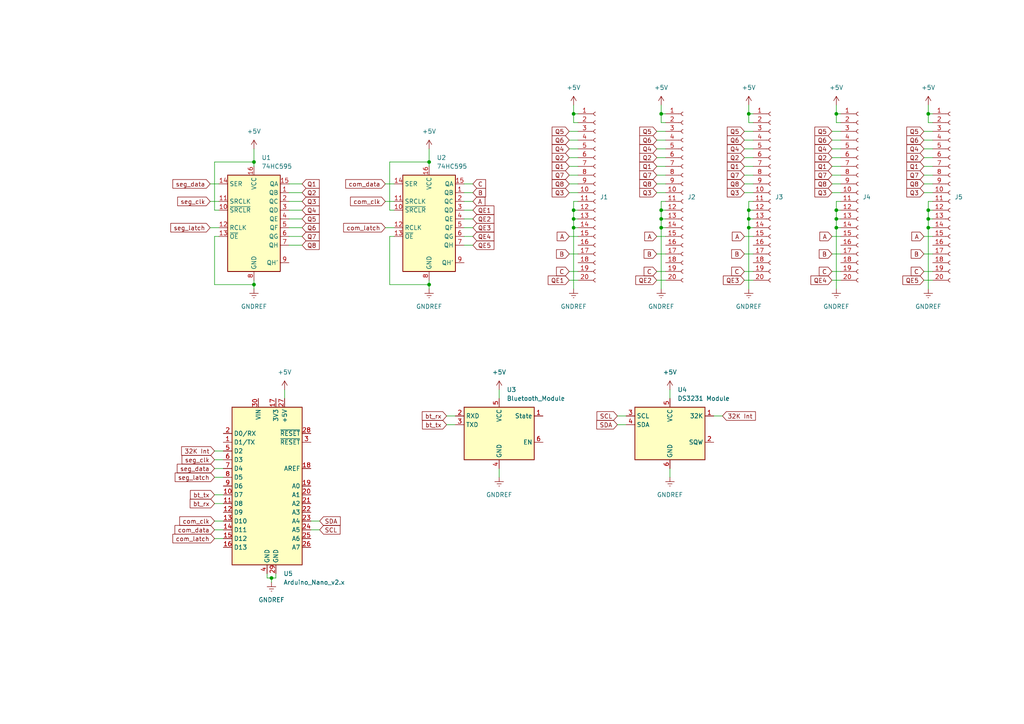
<source format=kicad_sch>
(kicad_sch (version 20230121) (generator eeschema)
  (paper "A4")
  (title_block (title "Score board - Main board") (date "2024-03-01") (rev "1") (company "Electronics KPPoly "))
  (lib_symbols
    (symbol "74xx:74HC595"
      (property "Reference" "U" (at -7.62 13.97 0))
      (property "Value" "74HC595" (at -7.62 -16.51 0))
      (symbol "74HC595_1_0"
        (pin tri_state line (at 10.16 7.62 180) (length 2.54) (name "QB") (number "1"))
        (pin input line (at -10.16 2.54 0) (length 2.54) (name "~{SRCLR}") (number "10"))
        (pin input line (at -10.16 5.08 0) (length 2.54) (name "SRCLK") (number "11"))
        (pin input line (at -10.16 -2.54 0) (length 2.54) (name "RCLK") (number "12"))
        (pin input line (at -10.16 -5.08 0) (length 2.54) (name "~{OE}") (number "13"))
        (pin input line (at -10.16 10.16 0) (length 2.54) (name "SER") (number "14"))
        (pin tri_state line (at 10.16 10.16 180) (length 2.54) (name "QA") (number "15"))
        (pin power_in line (at 0 15.24 270) (length 2.54) (name "VCC") (number "16"))
        (pin tri_state line (at 10.16 5.08 180) (length 2.54) (name "QC") (number "2"))
        (pin tri_state line (at 10.16 2.54 180) (length 2.54) (name "QD") (number "3"))
        (pin tri_state line (at 10.16 0 180) (length 2.54) (name "QE") (number "4"))
        (pin tri_state line (at 10.16 -2.54 180) (length 2.54) (name "QF") (number "5"))
        (pin tri_state line (at 10.16 -5.08 180) (length 2.54) (name "QG") (number "6"))
        (pin tri_state line (at 10.16 -7.62 180) (length 2.54) (name "QH") (number "7"))
        (pin power_in line (at 0 -17.78 90) (length 2.54) (name "GND") (number "8"))
        (pin output line (at 10.16 -12.7 180) (length 2.54) (name "QH'") (number "9"))
      )
      (symbol "74HC595_1_1"
        (rectangle (start -7.62 12.7) (end 7.62 -15.24) (stroke (width 0.254)) (fill (type background)))
      )
    )
    (symbol "Connector:Conn_01x20_Socket" (pin_names (offset 1.016) hide)
      (property "Reference" "J" (at 0 25.4 0))
      (property "Value" "Conn_01x20_Socket" (at 0 -27.94 0))
      (symbol "Conn_01x20_Socket_1_1"
        (arc (start 0 -24.892) (mid -0.5058 -25.4) (end 0 -25.908) (stroke (width 0.1524)))
        (arc (start 0 -22.352) (mid -0.5058 -22.86) (end 0 -23.368) (stroke (width 0.1524)))
        (arc (start 0 -19.812) (mid -0.5058 -20.32) (end 0 -20.828) (stroke (width 0.1524)))
        (arc (start 0 -17.272) (mid -0.5058 -17.78) (end 0 -18.288) (stroke (width 0.1524)))
        (arc (start 0 -14.732) (mid -0.5058 -15.24) (end 0 -15.748) (stroke (width 0.1524)))
        (arc (start 0 -12.192) (mid -0.5058 -12.7) (end 0 -13.208) (stroke (width 0.1524)))
        (arc (start 0 -9.652) (mid -0.5058 -10.16) (end 0 -10.668) (stroke (width 0.1524)))
        (arc (start 0 -7.112) (mid -0.5058 -7.62) (end 0 -8.128) (stroke (width 0.1524)))
        (arc (start 0 -4.572) (mid -0.5058 -5.08) (end 0 -5.588) (stroke (width 0.1524)))
        (arc (start 0 -2.032) (mid -0.5058 -2.54) (end 0 -3.048) (stroke (width 0.1524)))
        (polyline (pts (xy -1.27 -25.4) (xy -0.508 -25.4)) (stroke (width 0.1524)))
        (polyline (pts (xy -1.27 -22.86) (xy -0.508 -22.86)) (stroke (width 0.1524)))
        (polyline (pts (xy -1.27 -20.32) (xy -0.508 -20.32)) (stroke (width 0.1524)))
        (polyline (pts (xy -1.27 -17.78) (xy -0.508 -17.78)) (stroke (width 0.1524)))
        (polyline (pts (xy -1.27 -15.24) (xy -0.508 -15.24)) (stroke (width 0.1524)))
        (polyline (pts (xy -1.27 -12.7) (xy -0.508 -12.7)) (stroke (width 0.1524)))
        (polyline (pts (xy -1.27 -10.16) (xy -0.508 -10.16)) (stroke (width 0.1524)))
        (polyline (pts (xy -1.27 -7.62) (xy -0.508 -7.62)) (stroke (width 0.1524)))
        (polyline (pts (xy -1.27 -5.08) (xy -0.508 -5.08)) (stroke (width 0.1524)))
        (polyline (pts (xy -1.27 -2.54) (xy -0.508 -2.54)) (stroke (width 0.1524)))
        (polyline (pts (xy -1.27 0) (xy -0.508 0)) (stroke (width 0.1524)))
        (polyline (pts (xy -1.27 2.54) (xy -0.508 2.54)) (stroke (width 0.1524)))
        (polyline (pts (xy -1.27 5.08) (xy -0.508 5.08)) (stroke (width 0.1524)))
        (polyline (pts (xy -1.27 7.62) (xy -0.508 7.62)) (stroke (width 0.1524)))
        (polyline (pts (xy -1.27 10.16) (xy -0.508 10.16)) (stroke (width 0.1524)))
        (polyline (pts (xy -1.27 12.7) (xy -0.508 12.7)) (stroke (width 0.1524)))
        (polyline (pts (xy -1.27 15.24) (xy -0.508 15.24)) (stroke (width 0.1524)))
        (polyline (pts (xy -1.27 17.78) (xy -0.508 17.78)) (stroke (width 0.1524)))
        (polyline (pts (xy -1.27 20.32) (xy -0.508 20.32)) (stroke (width 0.1524)))
        (polyline (pts (xy -1.27 22.86) (xy -0.508 22.86)) (stroke (width 0.1524)))
        (arc (start 0 0.508) (mid -0.5058 0) (end 0 -0.508) (stroke (width 0.1524)))
        (arc (start 0 3.048) (mid -0.5058 2.54) (end 0 2.032) (stroke (width 0.1524)))
        (arc (start 0 5.588) (mid -0.5058 5.08) (end 0 4.572) (stroke (width 0.1524)))
        (arc (start 0 8.128) (mid -0.5058 7.62) (end 0 7.112) (stroke (width 0.1524)))
        (arc (start 0 10.668) (mid -0.5058 10.16) (end 0 9.652) (stroke (width 0.1524)))
        (arc (start 0 13.208) (mid -0.5058 12.7) (end 0 12.192) (stroke (width 0.1524)))
        (arc (start 0 15.748) (mid -0.5058 15.24) (end 0 14.732) (stroke (width 0.1524)))
        (arc (start 0 18.288) (mid -0.5058 17.78) (end 0 17.272) (stroke (width 0.1524)))
        (arc (start 0 20.828) (mid -0.5058 20.32) (end 0 19.812) (stroke (width 0.1524)))
        (arc (start 0 23.368) (mid -0.5058 22.86) (end 0 22.352) (stroke (width 0.1524)))
        (pin passive line (at -5.08 22.86 0) (length 3.81) (name "Pin_1") (number "1"))
        (pin passive line (at -5.08 0 0) (length 3.81) (name "Pin_10") (number "10"))
        (pin passive line (at -5.08 -2.54 0) (length 3.81) (name "Pin_11") (number "11"))
        (pin passive line (at -5.08 -5.08 0) (length 3.81) (name "Pin_12") (number "12"))
        (pin passive line (at -5.08 -7.62 0) (length 3.81) (name "Pin_13") (number "13"))
        (pin passive line (at -5.08 -10.16 0) (length 3.81) (name "Pin_14") (number "14"))
        (pin passive line (at -5.08 -12.7 0) (length 3.81) (name "Pin_15") (number "15"))
        (pin passive line (at -5.08 -15.24 0) (length 3.81) (name "Pin_16") (number "16"))
        (pin passive line (at -5.08 -17.78 0) (length 3.81) (name "Pin_17") (number "17"))
        (pin passive line (at -5.08 -20.32 0) (length 3.81) (name "Pin_18") (number "18"))
        (pin passive line (at -5.08 -22.86 0) (length 3.81) (name "Pin_19") (number "19"))
        (pin passive line (at -5.08 20.32 0) (length 3.81) (name "Pin_2") (number "2"))
        (pin passive line (at -5.08 -25.4 0) (length 3.81) (name "Pin_20") (number "20"))
        (pin passive line (at -5.08 17.78 0) (length 3.81) (name "Pin_3") (number "3"))
        (pin passive line (at -5.08 15.24 0) (length 3.81) (name "Pin_4") (number "4"))
        (pin passive line (at -5.08 12.7 0) (length 3.81) (name "Pin_5") (number "5"))
        (pin passive line (at -5.08 10.16 0) (length 3.81) (name "Pin_6") (number "6"))
        (pin passive line (at -5.08 7.62 0) (length 3.81) (name "Pin_7") (number "7"))
        (pin passive line (at -5.08 5.08 0) (length 3.81) (name "Pin_8") (number "8"))
        (pin passive line (at -5.08 2.54 0) (length 3.81) (name "Pin_9") (number "9"))
      )
    )
    (symbol "MCU_Module:Arduino_Nano_v2.x"
      (property "Reference" "A" (at -10.16 23.495 0))
      (property "Value" "Arduino_Nano_v2.x" (at 5.08 -24.13 0))
      (symbol "Arduino_Nano_v2.x_0_1"
        (rectangle (start -10.16 22.86) (end 10.16 -22.86) (stroke (width 0.254)) (fill (type background)))
      )
      (symbol "Arduino_Nano_v2.x_1_1"
        (pin bidirectional line (at -12.7 12.7 0) (length 2.54) (name "D1/TX") (number "1"))
        (pin bidirectional line (at -12.7 -2.54 0) (length 2.54) (name "D7") (number "10"))
        (pin bidirectional line (at -12.7 -5.08 0) (length 2.54) (name "D8") (number "11"))
        (pin bidirectional line (at -12.7 -7.62 0) (length 2.54) (name "D9") (number "12"))
        (pin bidirectional line (at -12.7 -10.16 0) (length 2.54) (name "D10") (number "13"))
        (pin bidirectional line (at -12.7 -12.7 0) (length 2.54) (name "D11") (number "14"))
        (pin bidirectional line (at -12.7 -15.24 0) (length 2.54) (name "D12") (number "15"))
        (pin bidirectional line (at -12.7 -17.78 0) (length 2.54) (name "D13") (number "16"))
        (pin power_out line (at 2.54 25.4 270) (length 2.54) (name "3V3") (number "17"))
        (pin input line (at 12.7 5.08 180) (length 2.54) (name "AREF") (number "18"))
        (pin bidirectional line (at 12.7 0 180) (length 2.54) (name "A0") (number "19"))
        (pin bidirectional line (at -12.7 15.24 0) (length 2.54) (name "D0/RX") (number "2"))
        (pin bidirectional line (at 12.7 -2.54 180) (length 2.54) (name "A1") (number "20"))
        (pin bidirectional line (at 12.7 -5.08 180) (length 2.54) (name "A2") (number "21"))
        (pin bidirectional line (at 12.7 -7.62 180) (length 2.54) (name "A3") (number "22"))
        (pin bidirectional line (at 12.7 -10.16 180) (length 2.54) (name "A4") (number "23"))
        (pin bidirectional line (at 12.7 -12.7 180) (length 2.54) (name "A5") (number "24"))
        (pin bidirectional line (at 12.7 -15.24 180) (length 2.54) (name "A6") (number "25"))
        (pin bidirectional line (at 12.7 -17.78 180) (length 2.54) (name "A7") (number "26"))
        (pin power_out line (at 5.08 25.4 270) (length 2.54) (name "+5V") (number "27"))
        (pin input line (at 12.7 15.24 180) (length 2.54) (name "~{RESET}") (number "28"))
        (pin power_in line (at 2.54 -25.4 90) (length 2.54) (name "GND") (number "29"))
        (pin input line (at 12.7 12.7 180) (length 2.54) (name "~{RESET}") (number "3"))
        (pin power_in line (at -2.54 25.4 270) (length 2.54) (name "VIN") (number "30"))
        (pin power_in line (at 0 -25.4 90) (length 2.54) (name "GND") (number "4"))
        (pin bidirectional line (at -12.7 10.16 0) (length 2.54) (name "D2") (number "5"))
        (pin bidirectional line (at -12.7 7.62 0) (length 2.54) (name "D3") (number "6"))
        (pin bidirectional line (at -12.7 5.08 0) (length 2.54) (name "D4") (number "7"))
        (pin bidirectional line (at -12.7 2.54 0) (length 2.54) (name "D5") (number "8"))
        (pin bidirectional line (at -12.7 0 0) (length 2.54) (name "D6") (number "9"))
      )
    )
    (symbol "New_Library:Bluetooth_Module"
      (property "Reference" "U" (at -7.62 8.89 0))
      (property "Value" "Bluetooth_Module" (at 7.62 8.89 0))
      (symbol "Bluetooth_Module_0_1"
        (rectangle (start -10.16 7.62) (end 10.16 -7.62) (stroke (width 0.254)) (fill (type background)))
      )
      (symbol "Bluetooth_Module_1_1"
        (pin open_collector line (at 12.7 5.08 180) (length 2.54) (name "State") (number "1"))
        (pin input line (at -12.7 5.08 0) (length 2.54) (name "RXD") (number "2"))
        (pin bidirectional line (at -12.7 2.54 0) (length 2.54) (name "TXD") (number "3"))
        (pin power_in line (at 0 -10.16 90) (length 2.54) (name "GND") (number "4"))
        (pin power_in line (at 0 10.16 270) (length 2.54) (name "VCC") (number "5"))
        (pin open_collector line (at 12.7 -2.54 180) (length 2.54) (name "EN") (number "6"))
      )
    )
    (symbol "New_Library:DS3231 Module"
      (property "Reference" "U" (at -7.62 8.89 0))
      (property "Value" "DS3231 Module" (at 7.62 8.89 0))
      (symbol "DS3231 Module_0_1"
        (rectangle (start -10.16 7.62) (end 10.16 -7.62) (stroke (width 0.254)) (fill (type background)))
      )
      (symbol "DS3231 Module_1_1"
        (pin open_collector line (at 12.7 5.08 180) (length 2.54) (name "32K") (number "1"))
        (pin open_collector line (at 12.7 -2.54 180) (length 2.54) (name "SQW") (number "2"))
        (pin input line (at -12.7 5.08 0) (length 2.54) (name "SCL") (number "3"))
        (pin bidirectional line (at -12.7 2.54 0) (length 2.54) (name "SDA") (number "4"))
        (pin power_in line (at 0 10.16 270) (length 2.54) (name "VCC") (number "5"))
        (pin power_in line (at 0 -10.16 90) (length 2.54) (name "GND") (number "6"))
      )
    )
    (symbol "power:+5V" (power) (pin_names (offset 0))
      (property "Value" "+5V" (at 0 3.556 0))
      (symbol "+5V_0_1"
        (polyline (pts (xy -0.762 1.27) (xy 0 2.54)))
        (polyline (pts (xy 0 0) (xy 0 2.54)))
        (polyline (pts (xy 0 2.54) (xy 0.762 1.27)))
      )
      (symbol "+5V_1_1"
        (pin power_in line (at 0 0 90) (length 0) hide (name "+5V") (number "1"))
      )
    )
    (symbol "power:GNDREF" (power) (pin_names (offset 0))
      (property "Value" "GNDREF" (at 0 -3.81 0))
      (symbol "GNDREF_0_1"
        (polyline (pts (xy -0.635 -1.905) (xy 0.635 -1.905)))
        (polyline (pts (xy -0.127 -2.54) (xy 0.127 -2.54)))
        (polyline (pts (xy 0 -1.27) (xy 0 0)))
        (polyline (pts (xy 1.27 -1.27) (xy -1.27 -1.27)))
      )
      (symbol "GNDREF_1_1"
        (pin power_in line (at 0 0 270) (length 0) hide (name "GNDREF") (number "1"))
      )
    )
  )
  (junction (at 78.74 167.64))
  (junction (at 191.77 66.04))
  (junction (at 217.17 33.02))
  (junction (at 73.66 46.99))
  (junction (at 73.66 82.55))
  (junction (at 242.57 60.96))
  (junction (at 217.17 66.04))
  (junction (at 242.57 33.02))
  (junction (at 217.17 60.96))
  (junction (at 124.46 46.99))
  (junction (at 191.77 33.02))
  (junction (at 166.37 66.04))
  (junction (at 124.46 82.55))
  (junction (at 269.24 63.5))
  (junction (at 191.77 60.96))
  (junction (at 166.37 60.96))
  (junction (at 191.77 63.5))
  (junction (at 166.37 63.5))
  (junction (at 242.57 66.04))
  (junction (at 269.24 66.04))
  (junction (at 269.24 33.02))
  (junction (at 242.57 63.5))
  (junction (at 166.37 33.02))
  (junction (at 269.24 60.96))
  (junction (at 217.17 63.5))
  (wire (pts (xy 269.24 60.96) (xy 270.51 60.96)))
  (wire (pts (xy 78.74 167.64) (xy 77.47 167.64)))
  (wire (pts (xy 191.77 63.5) (xy 193.04 63.5)))
  (wire (pts (xy 241.3 50.8) (xy 243.84 50.8)))
  (wire (pts (xy 134.62 63.5) (xy 137.16 63.5)))
  (wire (pts (xy 267.97 38.1) (xy 270.51 38.1)))
  (wire (pts (xy 267.97 53.34) (xy 270.51 53.34)))
  (wire (pts (xy 242.57 63.5) (xy 242.57 66.04)))
  (wire (pts (xy 83.82 63.5) (xy 87.63 63.5)))
  (wire (pts (xy 167.64 33.02) (xy 166.37 33.02)))
  (wire (pts (xy 215.9 48.26) (xy 218.44 48.26)))
  (wire (pts (xy 144.78 135.89) (xy 144.78 138.43)))
  (wire (pts (xy 267.97 43.18) (xy 270.51 43.18)))
  (wire (pts (xy 83.82 68.58) (xy 87.63 68.58)))
  (wire (pts (xy 215.9 43.18) (xy 218.44 43.18)))
  (wire (pts (xy 83.82 66.04) (xy 87.63 66.04)))
  (wire (pts (xy 267.97 45.72) (xy 270.51 45.72)))
  (wire (pts (xy 215.9 50.8) (xy 218.44 50.8)))
  (wire (pts (xy 111.76 53.34) (xy 114.3 53.34)))
  (wire (pts (xy 269.24 58.42) (xy 269.24 60.96)))
  (wire (pts (xy 243.84 33.02) (xy 242.57 33.02)))
  (wire (pts (xy 270.51 33.02) (xy 269.24 33.02)))
  (wire (pts (xy 269.24 33.02) (xy 269.24 30.48)))
  (wire (pts (xy 190.5 81.28) (xy 193.04 81.28)))
  (wire (pts (xy 73.66 82.55) (xy 73.66 83.82)))
  (wire (pts (xy 179.07 123.19) (xy 181.61 123.19)))
  (wire (pts (xy 190.5 55.88) (xy 193.04 55.88)))
  (wire (pts (xy 124.46 46.99) (xy 124.46 48.26)))
  (wire (pts (xy 191.77 66.04) (xy 191.77 83.82)))
  (wire (pts (xy 269.24 66.04) (xy 270.51 66.04)))
  (wire (pts (xy 165.1 40.64) (xy 167.64 40.64)))
  (wire (pts (xy 267.97 55.88) (xy 270.51 55.88)))
  (wire (pts (xy 241.3 40.64) (xy 243.84 40.64)))
  (wire (pts (xy 191.77 33.02) (xy 191.77 30.48)))
  (wire (pts (xy 129.54 123.19) (xy 132.08 123.19)))
  (wire (pts (xy 166.37 60.96) (xy 166.37 63.5)))
  (wire (pts (xy 165.1 68.58) (xy 167.64 68.58)))
  (wire (pts (xy 124.46 43.18) (xy 124.46 46.99)))
  (wire (pts (xy 215.9 68.58) (xy 218.44 68.58)))
  (wire (pts (xy 215.9 38.1) (xy 218.44 38.1)))
  (wire (pts (xy 62.23 146.05) (xy 64.77 146.05)))
  (wire (pts (xy 179.07 120.65) (xy 181.61 120.65)))
  (wire (pts (xy 267.97 48.26) (xy 270.51 48.26)))
  (wire (pts (xy 215.9 45.72) (xy 218.44 45.72)))
  (wire (pts (xy 241.3 73.66) (xy 243.84 73.66)))
  (wire (pts (xy 167.64 58.42) (xy 166.37 58.42)))
  (wire (pts (xy 241.3 43.18) (xy 243.84 43.18)))
  (wire (pts (xy 114.3 68.58) (xy 113.03 68.58)))
  (wire (pts (xy 62.23 133.35) (xy 64.77 133.35)))
  (wire (pts (xy 62.23 135.89) (xy 64.77 135.89)))
  (wire (pts (xy 62.23 60.96) (xy 62.23 46.99)))
  (wire (pts (xy 218.44 58.42) (xy 217.17 58.42)))
  (wire (pts (xy 215.9 78.74) (xy 218.44 78.74)))
  (wire (pts (xy 190.5 45.72) (xy 193.04 45.72)))
  (wire (pts (xy 217.17 63.5) (xy 218.44 63.5)))
  (wire (pts (xy 80.01 167.64) (xy 78.74 167.64)))
  (wire (pts (xy 190.5 78.74) (xy 193.04 78.74)))
  (wire (pts (xy 242.57 66.04) (xy 243.84 66.04)))
  (wire (pts (xy 194.31 135.89) (xy 194.31 138.43)))
  (wire (pts (xy 194.31 113.03) (xy 194.31 115.57)))
  (wire (pts (xy 166.37 66.04) (xy 167.64 66.04)))
  (wire (pts (xy 62.23 138.43) (xy 64.77 138.43)))
  (wire (pts (xy 83.82 55.88) (xy 87.63 55.88)))
  (wire (pts (xy 190.5 40.64) (xy 193.04 40.64)))
  (wire (pts (xy 166.37 58.42) (xy 166.37 60.96)))
  (wire (pts (xy 60.96 66.04) (xy 63.5 66.04)))
  (wire (pts (xy 242.57 33.02) (xy 242.57 30.48)))
  (wire (pts (xy 241.3 45.72) (xy 243.84 45.72)))
  (wire (pts (xy 134.62 71.12) (xy 137.16 71.12)))
  (wire (pts (xy 165.1 45.72) (xy 167.64 45.72)))
  (wire (pts (xy 111.76 58.42) (xy 114.3 58.42)))
  (wire (pts (xy 193.04 33.02) (xy 191.77 33.02)))
  (wire (pts (xy 242.57 58.42) (xy 242.57 60.96)))
  (wire (pts (xy 215.9 53.34) (xy 218.44 53.34)))
  (wire (pts (xy 241.3 68.58) (xy 243.84 68.58)))
  (wire (pts (xy 191.77 66.04) (xy 193.04 66.04)))
  (wire (pts (xy 267.97 81.28) (xy 270.51 81.28)))
  (wire (pts (xy 191.77 58.42) (xy 191.77 60.96)))
  (wire (pts (xy 83.82 60.96) (xy 87.63 60.96)))
  (wire (pts (xy 242.57 35.56) (xy 242.57 33.02)))
  (wire (pts (xy 269.24 63.5) (xy 270.51 63.5)))
  (wire (pts (xy 215.9 40.64) (xy 218.44 40.64)))
  (wire (pts (xy 165.1 78.74) (xy 167.64 78.74)))
  (wire (pts (xy 165.1 38.1) (xy 167.64 38.1)))
  (wire (pts (xy 82.55 113.03) (xy 82.55 115.57)))
  (wire (pts (xy 190.5 53.34) (xy 193.04 53.34)))
  (wire (pts (xy 134.62 68.58) (xy 137.16 68.58)))
  (wire (pts (xy 83.82 71.12) (xy 87.63 71.12)))
  (wire (pts (xy 62.23 153.67) (xy 64.77 153.67)))
  (wire (pts (xy 134.62 58.42) (xy 137.16 58.42)))
  (wire (pts (xy 267.97 78.74) (xy 270.51 78.74)))
  (wire (pts (xy 270.51 35.56) (xy 269.24 35.56)))
  (wire (pts (xy 134.62 53.34) (xy 137.16 53.34)))
  (wire (pts (xy 191.77 60.96) (xy 191.77 63.5)))
  (wire (pts (xy 165.1 53.34) (xy 167.64 53.34)))
  (wire (pts (xy 217.17 60.96) (xy 218.44 60.96)))
  (wire (pts (xy 217.17 58.42) (xy 217.17 60.96)))
  (wire (pts (xy 242.57 63.5) (xy 243.84 63.5)))
  (wire (pts (xy 267.97 40.64) (xy 270.51 40.64)))
  (wire (pts (xy 190.5 38.1) (xy 193.04 38.1)))
  (wire (pts (xy 267.97 50.8) (xy 270.51 50.8)))
  (wire (pts (xy 113.03 82.55) (xy 124.46 82.55)))
  (wire (pts (xy 113.03 68.58) (xy 113.03 82.55)))
  (wire (pts (xy 165.1 81.28) (xy 167.64 81.28)))
  (wire (pts (xy 129.54 120.65) (xy 132.08 120.65)))
  (wire (pts (xy 215.9 81.28) (xy 218.44 81.28)))
  (wire (pts (xy 193.04 58.42) (xy 191.77 58.42)))
  (wire (pts (xy 167.64 35.56) (xy 166.37 35.56)))
  (wire (pts (xy 124.46 82.55) (xy 124.46 83.82)))
  (wire (pts (xy 144.78 113.03) (xy 144.78 115.57)))
  (wire (pts (xy 215.9 73.66) (xy 218.44 73.66)))
  (wire (pts (xy 113.03 46.99) (xy 124.46 46.99)))
  (wire (pts (xy 165.1 50.8) (xy 167.64 50.8)))
  (wire (pts (xy 134.62 60.96) (xy 137.16 60.96)))
  (wire (pts (xy 62.23 82.55) (xy 73.66 82.55)))
  (wire (pts (xy 193.04 35.56) (xy 191.77 35.56)))
  (wire (pts (xy 113.03 46.99) (xy 113.03 60.96)))
  (wire (pts (xy 241.3 38.1) (xy 243.84 38.1)))
  (wire (pts (xy 134.62 55.88) (xy 137.16 55.88)))
  (wire (pts (xy 269.24 35.56) (xy 269.24 33.02)))
  (wire (pts (xy 267.97 68.58) (xy 270.51 68.58)))
  (wire (pts (xy 60.96 58.42) (xy 63.5 58.42)))
  (wire (pts (xy 134.62 66.04) (xy 137.16 66.04)))
  (wire (pts (xy 269.24 60.96) (xy 269.24 63.5)))
  (wire (pts (xy 62.23 143.51) (xy 64.77 143.51)))
  (wire (pts (xy 62.23 46.99) (xy 73.66 46.99)))
  (wire (pts (xy 165.1 73.66) (xy 167.64 73.66)))
  (wire (pts (xy 114.3 60.96) (xy 113.03 60.96)))
  (wire (pts (xy 270.51 58.42) (xy 269.24 58.42)))
  (wire (pts (xy 269.24 66.04) (xy 269.24 83.82)))
  (wire (pts (xy 243.84 58.42) (xy 242.57 58.42)))
  (wire (pts (xy 191.77 60.96) (xy 193.04 60.96)))
  (wire (pts (xy 83.82 58.42) (xy 87.63 58.42)))
  (wire (pts (xy 241.3 53.34) (xy 243.84 53.34)))
  (wire (pts (xy 243.84 35.56) (xy 242.57 35.56)))
  (wire (pts (xy 217.17 63.5) (xy 217.17 66.04)))
  (wire (pts (xy 217.17 66.04) (xy 217.17 83.82)))
  (wire (pts (xy 62.23 156.21) (xy 64.77 156.21)))
  (wire (pts (xy 62.23 151.13) (xy 64.77 151.13)))
  (wire (pts (xy 78.74 167.64) (xy 78.74 168.91)))
  (wire (pts (xy 166.37 33.02) (xy 166.37 30.48)))
  (wire (pts (xy 60.96 53.34) (xy 63.5 53.34)))
  (wire (pts (xy 166.37 60.96) (xy 167.64 60.96)))
  (wire (pts (xy 217.17 35.56) (xy 217.17 33.02)))
  (wire (pts (xy 241.3 55.88) (xy 243.84 55.88)))
  (wire (pts (xy 241.3 48.26) (xy 243.84 48.26)))
  (wire (pts (xy 62.23 68.58) (xy 62.23 82.55)))
  (wire (pts (xy 242.57 66.04) (xy 242.57 83.82)))
  (wire (pts (xy 166.37 35.56) (xy 166.37 33.02)))
  (wire (pts (xy 166.37 63.5) (xy 166.37 66.04)))
  (wire (pts (xy 207.01 120.65) (xy 209.55 120.65)))
  (wire (pts (xy 77.47 167.64) (xy 77.47 166.37)))
  (wire (pts (xy 90.17 153.67) (xy 92.71 153.67)))
  (wire (pts (xy 190.5 43.18) (xy 193.04 43.18)))
  (wire (pts (xy 267.97 73.66) (xy 270.51 73.66)))
  (wire (pts (xy 73.66 81.28) (xy 73.66 82.55)))
  (wire (pts (xy 242.57 60.96) (xy 242.57 63.5)))
  (wire (pts (xy 111.76 66.04) (xy 114.3 66.04)))
  (wire (pts (xy 73.66 46.99) (xy 73.66 48.26)))
  (wire (pts (xy 165.1 43.18) (xy 167.64 43.18)))
  (wire (pts (xy 218.44 33.02) (xy 217.17 33.02)))
  (wire (pts (xy 242.57 60.96) (xy 243.84 60.96)))
  (wire (pts (xy 190.5 50.8) (xy 193.04 50.8)))
  (wire (pts (xy 217.17 60.96) (xy 217.17 63.5)))
  (wire (pts (xy 241.3 78.74) (xy 243.84 78.74)))
  (wire (pts (xy 165.1 55.88) (xy 167.64 55.88)))
  (wire (pts (xy 215.9 55.88) (xy 218.44 55.88)))
  (wire (pts (xy 190.5 48.26) (xy 193.04 48.26)))
  (wire (pts (xy 217.17 66.04) (xy 218.44 66.04)))
  (wire (pts (xy 241.3 81.28) (xy 243.84 81.28)))
  (wire (pts (xy 73.66 43.18) (xy 73.66 46.99)))
  (wire (pts (xy 80.01 166.37) (xy 80.01 167.64)))
  (wire (pts (xy 124.46 81.28) (xy 124.46 82.55)))
  (wire (pts (xy 166.37 66.04) (xy 166.37 83.82)))
  (wire (pts (xy 83.82 53.34) (xy 87.63 53.34)))
  (wire (pts (xy 62.23 130.81) (xy 64.77 130.81)))
  (wire (pts (xy 269.24 63.5) (xy 269.24 66.04)))
  (wire (pts (xy 191.77 63.5) (xy 191.77 66.04)))
  (wire (pts (xy 90.17 151.13) (xy 92.71 151.13)))
  (wire (pts (xy 190.5 73.66) (xy 193.04 73.66)))
  (wire (pts (xy 218.44 35.56) (xy 217.17 35.56)))
  (wire (pts (xy 165.1 48.26) (xy 167.64 48.26)))
  (wire (pts (xy 190.5 68.58) (xy 193.04 68.58)))
  (wire (pts (xy 63.5 68.58) (xy 62.23 68.58)))
  (wire (pts (xy 63.5 60.96) (xy 62.23 60.96)))
  (wire (pts (xy 217.17 33.02) (xy 217.17 30.48)))
  (wire (pts (xy 166.37 63.5) (xy 167.64 63.5)))
  (wire (pts (xy 191.77 35.56) (xy 191.77 33.02)))
  (global_label "Q6" (shape input) (at 267.97 40.64 180) (property "Intersheetrefs" "${INTERSHEET_REFS}" (effects hide)))
  (global_label "Q2" (shape input) (at 165.1 45.72 180) (property "Intersheetrefs" "${INTERSHEET_REFS}" (effects hide)))
  (global_label "SCL" (shape input) (at 92.71 153.67 0) (property "Intersheetrefs" "${INTERSHEET_REFS}" (effects hide)))
  (global_label "Q2" (shape input) (at 241.3 45.72 180) (property "Intersheetrefs" "${INTERSHEET_REFS}" (effects hide)))
  (global_label "Q4" (shape input) (at 215.9 43.18 180) (property "Intersheetrefs" "${INTERSHEET_REFS}" (effects hide)))
  (global_label "A" (shape input) (at 215.9 68.58 180) (property "Intersheetrefs" "${INTERSHEET_REFS}" (effects hide)))
  (global_label "Q1" (shape input) (at 87.63 53.34 0) (property "Intersheetrefs" "${INTERSHEET_REFS}" (effects hide)))
  (global_label "QE4" (shape input) (at 241.3 81.28 180) (property "Intersheetrefs" "${INTERSHEET_REFS}" (effects hide)))
  (global_label "Q8" (shape input) (at 241.3 53.34 180) (property "Intersheetrefs" "${INTERSHEET_REFS}" (effects hide)))
  (global_label "SDA" (shape input) (at 92.71 151.13 0) (property "Intersheetrefs" "${INTERSHEET_REFS}" (effects hide)))
  (global_label "bt_rx" (shape input) (at 129.54 120.65 180) (property "Intersheetrefs" "${INTERSHEET_REFS}" (effects hide)))
  (global_label "C" (shape input) (at 267.97 78.74 180) (property "Intersheetrefs" "${INTERSHEET_REFS}" (effects hide)))
  (global_label "com_clk" (shape input) (at 62.23 151.13 180) (property "Intersheetrefs" "${INTERSHEET_REFS}" (effects hide)))
  (global_label "Q4" (shape input) (at 190.5 43.18 180) (property "Intersheetrefs" "${INTERSHEET_REFS}" (effects hide)))
  (global_label "Q4" (shape input) (at 87.63 60.96 0) (property "Intersheetrefs" "${INTERSHEET_REFS}" (effects hide)))
  (global_label "Q8" (shape input) (at 215.9 53.34 180) (property "Intersheetrefs" "${INTERSHEET_REFS}" (effects hide)))
  (global_label "Q2" (shape input) (at 87.63 55.88 0) (property "Intersheetrefs" "${INTERSHEET_REFS}" (effects hide)))
  (global_label "Q5" (shape input) (at 267.97 38.1 180) (property "Intersheetrefs" "${INTERSHEET_REFS}" (effects hide)))
  (global_label "Q6" (shape input) (at 215.9 40.64 180) (property "Intersheetrefs" "${INTERSHEET_REFS}" (effects hide)))
  (global_label "QE4" (shape input) (at 137.16 68.58 0) (property "Intersheetrefs" "${INTERSHEET_REFS}" (effects hide)))
  (global_label "A" (shape input) (at 267.97 68.58 180) (property "Intersheetrefs" "${INTERSHEET_REFS}" (effects hide)))
  (global_label "C" (shape input) (at 241.3 78.74 180) (property "Intersheetrefs" "${INTERSHEET_REFS}" (effects hide)))
  (global_label "A" (shape input) (at 137.16 58.42 0) (property "Intersheetrefs" "${INTERSHEET_REFS}" (effects hide)))
  (global_label "seg_latch" (shape input) (at 60.96 66.04 180) (property "Intersheetrefs" "${INTERSHEET_REFS}" (effects hide)))
  (global_label "seg_latch" (shape input) (at 62.23 138.43 180) (property "Intersheetrefs" "${INTERSHEET_REFS}" (effects hide)))
  (global_label "C" (shape input) (at 215.9 78.74 180) (property "Intersheetrefs" "${INTERSHEET_REFS}" (effects hide)))
  (global_label "Q5" (shape input) (at 241.3 38.1 180) (property "Intersheetrefs" "${INTERSHEET_REFS}" (effects hide)))
  (global_label "Q3" (shape input) (at 190.5 55.88 180) (property "Intersheetrefs" "${INTERSHEET_REFS}" (effects hide)))
  (global_label "Q6" (shape input) (at 165.1 40.64 180) (property "Intersheetrefs" "${INTERSHEET_REFS}" (effects hide)))
  (global_label "B" (shape input) (at 165.1 73.66 180) (property "Intersheetrefs" "${INTERSHEET_REFS}" (effects hide)))
  (global_label "Q7" (shape input) (at 241.3 50.8 180) (property "Intersheetrefs" "${INTERSHEET_REFS}" (effects hide)))
  (global_label "QE2" (shape input) (at 137.16 63.5 0) (property "Intersheetrefs" "${INTERSHEET_REFS}" (effects hide)))
  (global_label "Q5" (shape input) (at 165.1 38.1 180) (property "Intersheetrefs" "${INTERSHEET_REFS}" (effects hide)))
  (global_label "B" (shape input) (at 267.97 73.66 180) (property "Intersheetrefs" "${INTERSHEET_REFS}" (effects hide)))
  (global_label "SDA" (shape input) (at 179.07 123.19 180) (property "Intersheetrefs" "${INTERSHEET_REFS}" (effects hide)))
  (global_label "Q2" (shape input) (at 215.9 45.72 180) (property "Intersheetrefs" "${INTERSHEET_REFS}" (effects hide)))
  (global_label "32K Int" (shape input) (at 209.55 120.65 0) (property "Intersheetrefs" "${INTERSHEET_REFS}" (effects hide)))
  (global_label "com_latch" (shape input) (at 111.76 66.04 180) (property "Intersheetrefs" "${INTERSHEET_REFS}" (effects hide)))
  (global_label "Q4" (shape input) (at 241.3 43.18 180) (property "Intersheetrefs" "${INTERSHEET_REFS}" (effects hide)))
  (global_label "Q3" (shape input) (at 87.63 58.42 0) (property "Intersheetrefs" "${INTERSHEET_REFS}" (effects hide)))
  (global_label "QE3" (shape input) (at 137.16 66.04 0) (property "Intersheetrefs" "${INTERSHEET_REFS}" (effects hide)))
  (global_label "Q7" (shape input) (at 165.1 50.8 180) (property "Intersheetrefs" "${INTERSHEET_REFS}" (effects hide)))
  (global_label "QE5" (shape input) (at 267.97 81.28 180) (property "Intersheetrefs" "${INTERSHEET_REFS}" (effects hide)))
  (global_label "Q5" (shape input) (at 190.5 38.1 180) (property "Intersheetrefs" "${INTERSHEET_REFS}" (effects hide)))
  (global_label "Q2" (shape input) (at 190.5 45.72 180) (property "Intersheetrefs" "${INTERSHEET_REFS}" (effects hide)))
  (global_label "Q7" (shape input) (at 87.63 68.58 0) (property "Intersheetrefs" "${INTERSHEET_REFS}" (effects hide)))
  (global_label "Q8" (shape input) (at 165.1 53.34 180) (property "Intersheetrefs" "${INTERSHEET_REFS}" (effects hide)))
  (global_label "Q3" (shape input) (at 241.3 55.88 180) (property "Intersheetrefs" "${INTERSHEET_REFS}" (effects hide)))
  (global_label "Q6" (shape input) (at 241.3 40.64 180) (property "Intersheetrefs" "${INTERSHEET_REFS}" (effects hide)))
  (global_label "B" (shape input) (at 190.5 73.66 180) (property "Intersheetrefs" "${INTERSHEET_REFS}" (effects hide)))
  (global_label "bt_tx" (shape input) (at 62.23 143.51 180) (property "Intersheetrefs" "${INTERSHEET_REFS}" (effects hide)))
  (global_label "com_data" (shape input) (at 62.23 153.67 180) (property "Intersheetrefs" "${INTERSHEET_REFS}" (effects hide)))
  (global_label "Q8" (shape input) (at 267.97 53.34 180) (property "Intersheetrefs" "${INTERSHEET_REFS}" (effects hide)))
  (global_label "Q5" (shape input) (at 87.63 63.5 0) (property "Intersheetrefs" "${INTERSHEET_REFS}" (effects hide)))
  (global_label "C" (shape input) (at 137.16 53.34 0) (property "Intersheetrefs" "${INTERSHEET_REFS}" (effects hide)))
  (global_label "com_data" (shape input) (at 111.76 53.34 180) (property "Intersheetrefs" "${INTERSHEET_REFS}" (effects hide)))
  (global_label "Q7" (shape input) (at 190.5 50.8 180) (property "Intersheetrefs" "${INTERSHEET_REFS}" (effects hide)))
  (global_label "B" (shape input) (at 215.9 73.66 180) (property "Intersheetrefs" "${INTERSHEET_REFS}" (effects hide)))
  (global_label "Q8" (shape input) (at 87.63 71.12 0) (property "Intersheetrefs" "${INTERSHEET_REFS}" (effects hide)))
  (global_label "QE1" (shape input) (at 165.1 81.28 180) (property "Intersheetrefs" "${INTERSHEET_REFS}" (effects hide)))
  (global_label "Q3" (shape input) (at 267.97 55.88 180) (property "Intersheetrefs" "${INTERSHEET_REFS}" (effects hide)))
  (global_label "seg_clk" (shape input) (at 62.23 133.35 180) (property "Intersheetrefs" "${INTERSHEET_REFS}" (effects hide)))
  (global_label "QE2" (shape input) (at 190.5 81.28 180) (property "Intersheetrefs" "${INTERSHEET_REFS}" (effects hide)))
  (global_label "Q1" (shape input) (at 215.9 48.26 180) (property "Intersheetrefs" "${INTERSHEET_REFS}" (effects hide)))
  (global_label "B" (shape input) (at 241.3 73.66 180) (property "Intersheetrefs" "${INTERSHEET_REFS}" (effects hide)))
  (global_label "Q1" (shape input) (at 241.3 48.26 180) (property "Intersheetrefs" "${INTERSHEET_REFS}" (effects hide)))
  (global_label "seg_data" (shape input) (at 60.96 53.34 180) (property "Intersheetrefs" "${INTERSHEET_REFS}" (effects hide)))
  (global_label "Q8" (shape input) (at 190.5 53.34 180) (property "Intersheetrefs" "${INTERSHEET_REFS}" (effects hide)))
  (global_label "Q1" (shape input) (at 190.5 48.26 180) (property "Intersheetrefs" "${INTERSHEET_REFS}" (effects hide)))
  (global_label "A" (shape input) (at 241.3 68.58 180) (property "Intersheetrefs" "${INTERSHEET_REFS}" (effects hide)))
  (global_label "Q7" (shape input) (at 267.97 50.8 180) (property "Intersheetrefs" "${INTERSHEET_REFS}" (effects hide)))
  (global_label "32K Int" (shape input) (at 62.23 130.81 180) (property "Intersheetrefs" "${INTERSHEET_REFS}" (effects hide)))
  (global_label "QE3" (shape input) (at 215.9 81.28 180) (property "Intersheetrefs" "${INTERSHEET_REFS}" (effects hide)))
  (global_label "bt_tx" (shape input) (at 129.54 123.19 180) (property "Intersheetrefs" "${INTERSHEET_REFS}" (effects hide)))
  (global_label "Q4" (shape input) (at 165.1 43.18 180) (property "Intersheetrefs" "${INTERSHEET_REFS}" (effects hide)))
  (global_label "C" (shape input) (at 190.5 78.74 180) (property "Intersheetrefs" "${INTERSHEET_REFS}" (effects hide)))
  (global_label "seg_clk" (shape input) (at 60.96 58.42 180) (property "Intersheetrefs" "${INTERSHEET_REFS}" (effects hide)))
  (global_label "SCL" (shape input) (at 179.07 120.65 180) (property "Intersheetrefs" "${INTERSHEET_REFS}" (effects hide)))
  (global_label "Q1" (shape input) (at 267.97 48.26 180) (property "Intersheetrefs" "${INTERSHEET_REFS}" (effects hide)))
  (global_label "Q4" (shape input) (at 267.97 43.18 180) (property "Intersheetrefs" "${INTERSHEET_REFS}" (effects hide)))
  (global_label "QE1" (shape input) (at 137.16 60.96 0) (property "Intersheetrefs" "${INTERSHEET_REFS}" (effects hide)))
  (global_label "C" (shape input) (at 165.1 78.74 180) (property "Intersheetrefs" "${INTERSHEET_REFS}" (effects hide)))
  (global_label "Q6" (shape input) (at 87.63 66.04 0) (property "Intersheetrefs" "${INTERSHEET_REFS}" (effects hide)))
  (global_label "Q3" (shape input) (at 215.9 55.88 180) (property "Intersheetrefs" "${INTERSHEET_REFS}" (effects hide)))
  (global_label "seg_data" (shape input) (at 62.23 135.89 180) (property "Intersheetrefs" "${INTERSHEET_REFS}" (effects hide)))
  (global_label "bt_rx" (shape input) (at 62.23 146.05 180) (property "Intersheetrefs" "${INTERSHEET_REFS}" (effects hide)))
  (global_label "Q6" (shape input) (at 190.5 40.64 180) (property "Intersheetrefs" "${INTERSHEET_REFS}" (effects hide)))
  (global_label "A" (shape input) (at 165.1 68.58 180) (property "Intersheetrefs" "${INTERSHEET_REFS}" (effects hide)))
  (global_label "com_latch" (shape input) (at 62.23 156.21 180) (property "Intersheetrefs" "${INTERSHEET_REFS}" (effects hide)))
  (global_label "A" (shape input) (at 190.5 68.58 180) (property "Intersheetrefs" "${INTERSHEET_REFS}" (effects hide)))
  (global_label "com_clk" (shape input) (at 111.76 58.42 180) (property "Intersheetrefs" "${INTERSHEET_REFS}" (effects hide)))
  (global_label "QE5" (shape input) (at 137.16 71.12 0) (property "Intersheetrefs" "${INTERSHEET_REFS}" (effects hide)))
  (global_label "Q2" (shape input) (at 267.97 45.72 180) (property "Intersheetrefs" "${INTERSHEET_REFS}" (effects hide)))
  (global_label "Q7" (shape input) (at 215.9 50.8 180) (property "Intersheetrefs" "${INTERSHEET_REFS}" (effects hide)))
  (global_label "B" (shape input) (at 137.16 55.88 0) (property "Intersheetrefs" "${INTERSHEET_REFS}" (effects hide)))
  (global_label "Q3" (shape input) (at 165.1 55.88 180) (property "Intersheetrefs" "${INTERSHEET_REFS}" (effects hide)))
  (global_label "Q5" (shape input) (at 215.9 38.1 180) (property "Intersheetrefs" "${INTERSHEET_REFS}" (effects hide)))
  (global_label "Q1" (shape input) (at 165.1 48.26 180) (property "Intersheetrefs" "${INTERSHEET_REFS}" (effects hide)))
  (symbol (lib_id "power:+5V") (at 73.66 43.18 0) (unit 1)
    (property "Reference" "#PWR01" (effects hide))
    (property "Value" "+5V" (at 73.66 38.1 0))
  )
  (symbol (lib_id "power:+5V") (at 144.78 113.03 0) (unit 1)
    (property "Reference" "#PWR017" (effects hide))
    (property "Value" "+5V" (at 144.78 107.95 0))
  )
  (symbol (lib_id "power:GNDREF") (at 242.57 83.82 0) (unit 1)
    (property "Reference" "#PWR012" (effects hide))
    (property "Value" "GNDREF" (at 242.57 88.9 0))
  )
  (symbol (lib_id "power:GNDREF") (at 78.74 168.91 0) (unit 1)
    (property "Reference" "#PWR016" (effects hide))
    (property "Value" "GNDREF" (at 78.74 173.99 0))
  )
  (symbol (lib_id "power:+5V") (at 82.55 113.03 0) (unit 1)
    (property "Reference" "#PWR015" (effects hide))
    (property "Value" "+5V" (at 82.55 107.95 0))
  )
  (symbol (lib_id "power:GNDREF") (at 269.24 83.82 0) (unit 1)
    (property "Reference" "#PWR014" (effects hide))
    (property "Value" "GNDREF" (at 269.24 88.9 0))
  )
  (symbol (lib_id "power:+5V") (at 194.31 113.03 0) (unit 1)
    (property "Reference" "#PWR019" (effects hide))
    (property "Value" "+5V" (at 194.31 107.95 0))
  )
  (symbol (lib_id "New_Library:DS3231 Module") (at 194.31 125.73 0) (unit 1)
    (property "Reference" "U4" (at 196.5041 113.03 0) (effects (justify left)))
    (property "Value" "DS3231 Module" (at 196.5041 115.57 0) (effects (justify left)))
    (property "Datasheet" "http://datasheets.maximintegrated.com/en/ds/DS3231.pdf" (effects hide))
  )
  (symbol (lib_id "MCU_Module:Arduino_Nano_v2.x") (at 77.47 140.97 0) (unit 1)
    (property "Reference" "U5" (at 82.2041 166.37 0) (effects (justify left)))
    (property "Value" "Arduino_Nano_v2.x" (at 82.2041 168.91 0) (effects (justify left)))
    (property "Footprint" "Module:Arduino_Nano" (effects hide))
    (property "Datasheet" "https://www.arduino.cc/en/uploads/Main/ArduinoNanoManual23.pdf" (effects hide))
  )
  (symbol (lib_id "power:GNDREF") (at 144.78 138.43 0) (unit 1)
    (property "Reference" "#PWR018" (effects hide))
    (property "Value" "GNDREF" (at 144.78 143.51 0))
  )
  (symbol (lib_id "power:+5V") (at 191.77 30.48 0) (unit 1)
    (property "Reference" "#PWR07" (effects hide))
    (property "Value" "+5V" (at 191.77 25.4 0))
  )
  (symbol (lib_id "Connector:Conn_01x20_Socket") (at 198.12 55.88 0) (unit 1)
    (property "Reference" "J2" (at 199.39 57.15 0) (effects (justify left)))
    (property "Value" "Conn_01x20_Socket" (effects hide))
    (property "Footprint" "Connector_IDC:IDC-Header_2x10_P2.54mm_Vertical" (effects hide))
  )
  (symbol (lib_id "power:GNDREF") (at 217.17 83.82 0) (unit 1)
    (property "Reference" "#PWR010" (effects hide))
    (property "Value" "GNDREF" (at 217.17 88.9 0))
  )
  (symbol (lib_id "power:GNDREF") (at 73.66 83.82 0) (unit 1)
    (property "Reference" "#PWR02" (effects hide))
    (property "Value" "GNDREF" (at 73.66 88.9 0))
  )
  (symbol (lib_id "power:+5V") (at 166.37 30.48 0) (unit 1)
    (property "Reference" "#PWR05" (effects hide))
    (property "Value" "+5V" (at 166.37 25.4 0))
  )
  (symbol (lib_id "power:+5V") (at 217.17 30.48 0) (unit 1)
    (property "Reference" "#PWR09" (effects hide))
    (property "Value" "+5V" (at 217.17 25.4 0))
  )
  (symbol (lib_id "power:+5V") (at 124.46 43.18 0) (unit 1)
    (property "Reference" "#PWR03" (effects hide))
    (property "Value" "+5V" (at 124.46 38.1 0))
  )
  (symbol (lib_id "74xx:74HC595") (at 124.46 63.5 0) (unit 1)
    (property "Reference" "U2" (at 126.6541 45.72 0) (effects (justify left)))
    (property "Value" "74HC595" (at 126.6541 48.26 0) (effects (justify left)))
    (property "Footprint" "Package_DIP:DIP-16_W7.62mm_LongPads" (effects hide))
    (property "Datasheet" "http://www.ti.com/lit/ds/symlink/sn74hc595.pdf" (effects hide))
  )
  (symbol (lib_id "Connector:Conn_01x20_Socket") (at 223.52 55.88 0) (unit 1)
    (property "Reference" "J3" (at 224.79 57.15 0) (effects (justify left)))
    (property "Value" "Conn_01x20_Socket" (effects hide))
    (property "Footprint" "Connector_IDC:IDC-Header_2x10_P2.54mm_Vertical" (effects hide))
  )
  (symbol (lib_id "power:+5V") (at 242.57 30.48 0) (unit 1)
    (property "Reference" "#PWR011" (effects hide))
    (property "Value" "+5V" (at 242.57 25.4 0))
  )
  (symbol (lib_id "power:GNDREF") (at 124.46 83.82 0) (unit 1)
    (property "Reference" "#PWR04" (effects hide))
    (property "Value" "GNDREF" (at 124.46 88.9 0))
  )
  (symbol (lib_id "power:+5V") (at 269.24 30.48 0) (unit 1)
    (property "Reference" "#PWR013" (effects hide))
    (property "Value" "+5V" (at 269.24 25.4 0))
  )
  (symbol (lib_id "Connector:Conn_01x20_Socket") (at 248.92 55.88 0) (unit 1)
    (property "Reference" "J4" (at 250.19 57.15 0) (effects (justify left)))
    (property "Value" "Conn_01x20_Socket" (effects hide))
    (property "Footprint" "Connector_IDC:IDC-Header_2x10_P2.54mm_Vertical" (effects hide))
  )
  (symbol (lib_id "Connector:Conn_01x20_Socket") (at 172.72 55.88 0) (unit 1)
    (property "Reference" "J1" (at 173.99 57.15 0) (effects (justify left)))
    (property "Value" "Conn_01x20_Socket" (effects hide))
    (property "Footprint" "Connector_IDC:IDC-Header_2x10_P2.54mm_Vertical" (effects hide))
  )
  (symbol (lib_id "New_Library:Bluetooth_Module") (at 144.78 125.73 0) (unit 1)
    (property "Reference" "U3" (at 146.9741 113.03 0) (effects (justify left)))
    (property "Value" "Bluetooth_Module" (at 146.9741 115.57 0) (effects (justify left)))
    (property "Datasheet" "http://datasheets.maximintegrated.com/en/ds/DS3231.pdf" (effects hide))
  )
  (symbol (lib_id "74xx:74HC595") (at 73.66 63.5 0) (unit 1)
    (property "Reference" "U1" (at 75.8541 45.72 0) (effects (justify left)))
    (property "Value" "74HC595" (at 75.8541 48.26 0) (effects (justify left)))
    (property "Footprint" "Package_DIP:DIP-16_W7.62mm_LongPads" (effects hide))
    (property "Datasheet" "http://www.ti.com/lit/ds/symlink/sn74hc595.pdf" (effects hide))
  )
  (symbol (lib_id "power:GNDREF") (at 191.77 83.82 0) (unit 1)
    (property "Reference" "#PWR08" (effects hide))
    (property "Value" "GNDREF" (at 191.77 88.9 0))
  )
  (symbol (lib_id "power:GNDREF") (at 194.31 138.43 0) (unit 1)
    (property "Reference" "#PWR020" (effects hide))
    (property "Value" "GNDREF" (at 194.31 143.51 0))
  )
  (symbol (lib_id "power:GNDREF") (at 166.37 83.82 0) (unit 1)
    (property "Reference" "#PWR06" (effects hide))
    (property "Value" "GNDREF" (at 166.37 88.9 0))
  )
  (symbol (lib_id "Connector:Conn_01x20_Socket") (at 275.59 55.88 0) (unit 1)
    (property "Reference" "J5" (at 276.86 57.15 0) (effects (justify left)))
    (property "Value" "Conn_01x20_Socket" (effects hide))
    (property "Footprint" "Connector_IDC:IDC-Header_2x10_P2.54mm_Vertical" (effects hide))
  )
)
</source>
